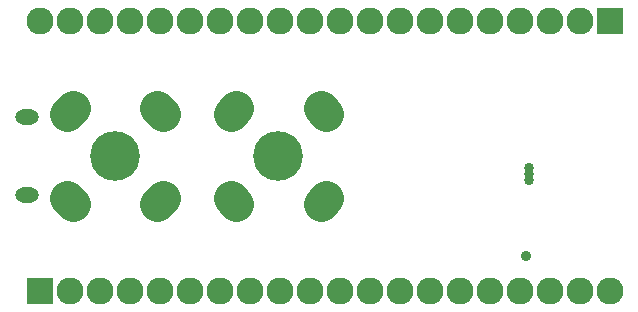
<source format=gbs>
G04 #@! TF.FileFunction,Soldermask,Bot*
%FSLAX46Y46*%
G04 Gerber Fmt 4.6, Leading zero omitted, Abs format (unit mm)*
G04 Created by KiCad (PCBNEW 4.0.7+dfsg1-1) date Sun Jan 28 21:58:49 2018*
%MOMM*%
%LPD*%
G01*
G04 APERTURE LIST*
%ADD10C,0.100000*%
%ADD11C,4.210000*%
%ADD12C,2.940000*%
%ADD13R,2.279600X2.279600*%
%ADD14C,2.279600*%
%ADD15O,2.000000X1.300000*%
%ADD16C,0.908000*%
%ADD17C,0.857200*%
G04 APERTURE END LIST*
D10*
D11*
X137071100Y-105003600D03*
D12*
X141105606Y-108589094D02*
X140656594Y-109038106D01*
X141105606Y-101418106D02*
X140656594Y-100969094D01*
X133485606Y-100969094D02*
X133036594Y-101418106D01*
X133485606Y-109038106D02*
X133036594Y-108589094D01*
D11*
X123228100Y-105003600D03*
D12*
X119193594Y-101418106D02*
X119642606Y-100969094D01*
X119193594Y-108589094D02*
X119642606Y-109038106D01*
X126813594Y-109038106D02*
X127262606Y-108589094D01*
X126813594Y-100969094D02*
X127262606Y-101418106D01*
D13*
X165138100Y-93573600D03*
D14*
X162598100Y-93573600D03*
X160058100Y-93573600D03*
X157518100Y-93573600D03*
X154978100Y-93573600D03*
X152438100Y-93573600D03*
X149898100Y-93573600D03*
X147358100Y-93573600D03*
X144818100Y-93573600D03*
X142278100Y-93573600D03*
X139738100Y-93573600D03*
X137198100Y-93573600D03*
X134658100Y-93573600D03*
X132118100Y-93573600D03*
X129578100Y-93573600D03*
X127038100Y-93573600D03*
X124498100Y-93573600D03*
X121958100Y-93573600D03*
X119418100Y-93573600D03*
X116878100Y-93573600D03*
D13*
X116878100Y-116433600D03*
D14*
X119418100Y-116433600D03*
X121958100Y-116433600D03*
X124498100Y-116433600D03*
X127038100Y-116433600D03*
X129578100Y-116433600D03*
X132118100Y-116433600D03*
X134658100Y-116433600D03*
X137198100Y-116433600D03*
X139738100Y-116433600D03*
X142278100Y-116433600D03*
X144818100Y-116433600D03*
X147358100Y-116433600D03*
X149898100Y-116433600D03*
X152438100Y-116433600D03*
X154978100Y-116433600D03*
X157518100Y-116433600D03*
X160058100Y-116433600D03*
X162598100Y-116433600D03*
X165138100Y-116433600D03*
D15*
X115788100Y-101703600D03*
X115798100Y-108303600D03*
D16*
X158026100Y-113487200D03*
D17*
X158254700Y-106553000D03*
X158254700Y-106045000D03*
X158254700Y-107061000D03*
M02*

</source>
